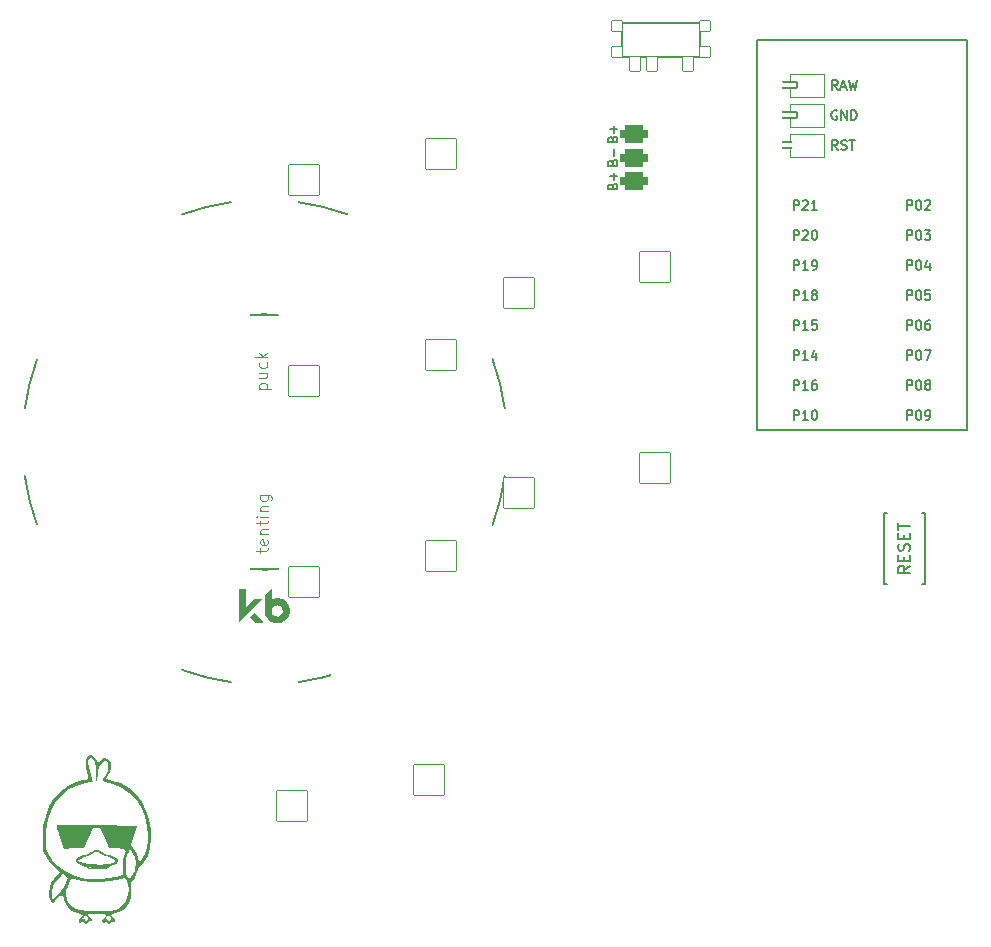
<source format=gto>
%TF.GenerationSoftware,KiCad,Pcbnew,(6.0.4-0)*%
%TF.CreationDate,2022-07-25T11:59:58+02:00*%
%TF.ProjectId,battoota,62617474-6f6f-4746-912e-6b696361645f,v1.0.0*%
%TF.SameCoordinates,Original*%
%TF.FileFunction,Legend,Top*%
%TF.FilePolarity,Positive*%
%FSLAX46Y46*%
G04 Gerber Fmt 4.6, Leading zero omitted, Abs format (unit mm)*
G04 Created by KiCad (PCBNEW (6.0.4-0)) date 2022-07-25 11:59:58*
%MOMM*%
%LPD*%
G01*
G04 APERTURE LIST*
G04 Aperture macros list*
%AMRoundRect*
0 Rectangle with rounded corners*
0 $1 Rounding radius*
0 $2 $3 $4 $5 $6 $7 $8 $9 X,Y pos of 4 corners*
0 Add a 4 corners polygon primitive as box body*
4,1,4,$2,$3,$4,$5,$6,$7,$8,$9,$2,$3,0*
0 Add four circle primitives for the rounded corners*
1,1,$1+$1,$2,$3*
1,1,$1+$1,$4,$5*
1,1,$1+$1,$6,$7*
1,1,$1+$1,$8,$9*
0 Add four rect primitives between the rounded corners*
20,1,$1+$1,$2,$3,$4,$5,0*
20,1,$1+$1,$4,$5,$6,$7,0*
20,1,$1+$1,$6,$7,$8,$9,0*
20,1,$1+$1,$8,$9,$2,$3,0*%
%AMFreePoly0*
4,1,16,0.535355,0.785355,0.550000,0.750000,0.550000,-0.750000,0.535355,-0.785355,0.500000,-0.800000,-0.650000,-0.800000,-0.685355,-0.785355,-0.700000,-0.750000,-0.691603,-0.722265,-0.210093,0.000000,-0.691603,0.722265,-0.699029,0.759806,-0.677735,0.791603,-0.650000,0.800000,0.500000,0.800000,0.535355,0.785355,0.535355,0.785355,$1*%
%AMFreePoly1*
4,1,16,0.535355,0.785355,0.541603,0.777735,1.041603,0.027735,1.049029,-0.009806,1.041603,-0.027735,0.541603,-0.777735,0.509806,-0.799029,0.500000,-0.800000,-0.500000,-0.800000,-0.535355,-0.785355,-0.550000,-0.750000,-0.550000,0.750000,-0.535355,0.785355,-0.500000,0.800000,0.500000,0.800000,0.535355,0.785355,0.535355,0.785355,$1*%
G04 Aperture macros list end*
%ADD10C,0.150000*%
%ADD11C,0.100000*%
%ADD12C,0.120000*%
%ADD13C,0.200000*%
%ADD14C,0.010000*%
%ADD15C,2.000000*%
%ADD16RoundRect,0.375000X-0.750000X0.375000X-0.750000X-0.375000X0.750000X-0.375000X0.750000X0.375000X0*%
%ADD17C,1.752600*%
%ADD18C,2.100000*%
%ADD19C,1.801800*%
%ADD20C,3.100000*%
%ADD21C,3.529000*%
%ADD22RoundRect,0.050000X-1.054507X-1.505993X1.505993X-1.054507X1.054507X1.505993X-1.505993X1.054507X0*%
%ADD23C,2.132000*%
%ADD24RoundRect,0.050000X-1.181751X-1.408356X1.408356X-1.181751X1.181751X1.408356X-1.408356X1.181751X0*%
%ADD25RoundRect,0.050000X-1.300000X-1.300000X1.300000X-1.300000X1.300000X1.300000X-1.300000X1.300000X0*%
%ADD26RoundRect,0.050000X-0.450000X-0.450000X0.450000X-0.450000X0.450000X0.450000X-0.450000X0.450000X0*%
%ADD27RoundRect,0.050000X-0.450000X-0.625000X0.450000X-0.625000X0.450000X0.625000X-0.450000X0.625000X0*%
%ADD28C,1.100000*%
%ADD29RoundRect,0.050000X-1.716367X-0.658851X0.658851X-1.716367X1.716367X0.658851X-0.658851X1.716367X0*%
%ADD30RoundRect,0.425000X-0.750000X0.375000X-0.750000X-0.375000X0.750000X-0.375000X0.750000X0.375000X0*%
%ADD31RoundRect,0.050000X-0.863113X-1.623279X1.623279X-0.863113X0.863113X1.623279X-1.623279X0.863113X0*%
%ADD32RoundRect,0.050000X-1.487360X-1.080630X1.080630X-1.487360X1.487360X1.080630X-1.080630X1.487360X0*%
%ADD33C,1.852600*%
%ADD34FreePoly0,180.000000*%
%ADD35RoundRect,0.050000X-0.762000X0.250000X-0.762000X-0.250000X0.762000X-0.250000X0.762000X0.250000X0*%
%ADD36FreePoly1,180.000000*%
%ADD37C,4.500000*%
G04 APERTURE END LIST*
D10*
%TO.C,B1*%
X158422171Y76170873D02*
X157945981Y75837539D01*
X158422171Y75599444D02*
X157422171Y75599444D01*
X157422171Y75980396D01*
X157469791Y76075634D01*
X157517410Y76123254D01*
X157612648Y76170873D01*
X157755505Y76170873D01*
X157850743Y76123254D01*
X157898362Y76075634D01*
X157945981Y75980396D01*
X157945981Y75599444D01*
X157898362Y76599444D02*
X157898362Y76932777D01*
X158422171Y77075634D02*
X158422171Y76599444D01*
X157422171Y76599444D01*
X157422171Y77075634D01*
X158374552Y77456587D02*
X158422171Y77599444D01*
X158422171Y77837539D01*
X158374552Y77932777D01*
X158326933Y77980396D01*
X158231695Y78028015D01*
X158136457Y78028015D01*
X158041219Y77980396D01*
X157993600Y77932777D01*
X157945981Y77837539D01*
X157898362Y77647063D01*
X157850743Y77551825D01*
X157803124Y77504206D01*
X157707886Y77456587D01*
X157612648Y77456587D01*
X157517410Y77504206D01*
X157469791Y77551825D01*
X157422171Y77647063D01*
X157422171Y77885158D01*
X157469791Y78028015D01*
X157898362Y78456587D02*
X157898362Y78789920D01*
X158422171Y78932777D02*
X158422171Y78456587D01*
X157422171Y78456587D01*
X157422171Y78932777D01*
X157422171Y79218492D02*
X157422171Y79789920D01*
X158422171Y79504206D02*
X157422171Y79504206D01*
%TO.C,PAD1*%
X133252648Y110300158D02*
X133290743Y110414444D01*
X133328838Y110452539D01*
X133405029Y110490634D01*
X133519314Y110490634D01*
X133595505Y110452539D01*
X133633600Y110414444D01*
X133671695Y110338254D01*
X133671695Y110033492D01*
X132871695Y110033492D01*
X132871695Y110300158D01*
X132909791Y110376349D01*
X132947886Y110414444D01*
X133024076Y110452539D01*
X133100267Y110452539D01*
X133176457Y110414444D01*
X133214552Y110376349D01*
X133252648Y110300158D01*
X133252648Y110033492D01*
X133366933Y110833492D02*
X133366933Y111443015D01*
X133252648Y112300158D02*
X133290743Y112414444D01*
X133328838Y112452539D01*
X133405029Y112490634D01*
X133519314Y112490634D01*
X133595505Y112452539D01*
X133633600Y112414444D01*
X133671695Y112338254D01*
X133671695Y112033492D01*
X132871695Y112033492D01*
X132871695Y112300158D01*
X132909791Y112376349D01*
X132947886Y112414444D01*
X133024076Y112452539D01*
X133100267Y112452539D01*
X133176457Y112414444D01*
X133214552Y112376349D01*
X133252648Y112300158D01*
X133252648Y112033492D01*
X133366933Y112833492D02*
X133366933Y113443015D01*
X133671695Y113138254D02*
X133062171Y113138254D01*
X133252648Y108300158D02*
X133290743Y108414444D01*
X133328838Y108452539D01*
X133405029Y108490634D01*
X133519314Y108490634D01*
X133595505Y108452539D01*
X133633600Y108414444D01*
X133671695Y108338254D01*
X133671695Y108033492D01*
X132871695Y108033492D01*
X132871695Y108300158D01*
X132909791Y108376349D01*
X132947886Y108414444D01*
X133024076Y108452539D01*
X133100267Y108452539D01*
X133176457Y108414444D01*
X133214552Y108376349D01*
X133252648Y108300158D01*
X133252648Y108033492D01*
X133366933Y108833492D02*
X133366933Y109443015D01*
X133671695Y109138254D02*
X133062171Y109138254D01*
%TO.C,MCU1*%
X158185784Y91080443D02*
X158185784Y91880443D01*
X158490546Y91880443D01*
X158566736Y91842348D01*
X158604832Y91804252D01*
X158642927Y91728062D01*
X158642927Y91613776D01*
X158604832Y91537586D01*
X158566736Y91499490D01*
X158490546Y91461395D01*
X158185784Y91461395D01*
X159138165Y91880443D02*
X159214355Y91880443D01*
X159290546Y91842348D01*
X159328641Y91804252D01*
X159366736Y91728062D01*
X159404832Y91575681D01*
X159404832Y91385205D01*
X159366736Y91232824D01*
X159328641Y91156633D01*
X159290546Y91118538D01*
X159214355Y91080443D01*
X159138165Y91080443D01*
X159061974Y91118538D01*
X159023879Y91156633D01*
X158985784Y91232824D01*
X158947689Y91385205D01*
X158947689Y91575681D01*
X158985784Y91728062D01*
X159023879Y91804252D01*
X159061974Y91842348D01*
X159138165Y91880443D01*
X159861974Y91537586D02*
X159785784Y91575681D01*
X159747689Y91613776D01*
X159709593Y91689967D01*
X159709593Y91728062D01*
X159747689Y91804252D01*
X159785784Y91842348D01*
X159861974Y91880443D01*
X160014355Y91880443D01*
X160090546Y91842348D01*
X160128641Y91804252D01*
X160166736Y91728062D01*
X160166736Y91689967D01*
X160128641Y91613776D01*
X160090546Y91575681D01*
X160014355Y91537586D01*
X159861974Y91537586D01*
X159785784Y91499490D01*
X159747689Y91461395D01*
X159709593Y91385205D01*
X159709593Y91232824D01*
X159747689Y91156633D01*
X159785784Y91118538D01*
X159861974Y91080443D01*
X160014355Y91080443D01*
X160090546Y91118538D01*
X160128641Y91156633D01*
X160166736Y91232824D01*
X160166736Y91385205D01*
X160128641Y91461395D01*
X160090546Y91499490D01*
X160014355Y91537586D01*
X148585784Y106320443D02*
X148585784Y107120443D01*
X148890546Y107120443D01*
X148966736Y107082348D01*
X149004832Y107044252D01*
X149042927Y106968062D01*
X149042927Y106853776D01*
X149004832Y106777586D01*
X148966736Y106739490D01*
X148890546Y106701395D01*
X148585784Y106701395D01*
X149347689Y107044252D02*
X149385784Y107082348D01*
X149461974Y107120443D01*
X149652451Y107120443D01*
X149728641Y107082348D01*
X149766736Y107044252D01*
X149804832Y106968062D01*
X149804832Y106891871D01*
X149766736Y106777586D01*
X149309593Y106320443D01*
X149804832Y106320443D01*
X150566736Y106320443D02*
X150109593Y106320443D01*
X150338165Y106320443D02*
X150338165Y107120443D01*
X150261974Y107006157D01*
X150185784Y106929967D01*
X150109593Y106891871D01*
X148585784Y93620443D02*
X148585784Y94420443D01*
X148890546Y94420443D01*
X148966736Y94382348D01*
X149004832Y94344252D01*
X149042927Y94268062D01*
X149042927Y94153776D01*
X149004832Y94077586D01*
X148966736Y94039490D01*
X148890546Y94001395D01*
X148585784Y94001395D01*
X149804832Y93620443D02*
X149347689Y93620443D01*
X149576260Y93620443D02*
X149576260Y94420443D01*
X149500070Y94306157D01*
X149423879Y94229967D01*
X149347689Y94191871D01*
X150490546Y94153776D02*
X150490546Y93620443D01*
X150300070Y94458538D02*
X150109593Y93887109D01*
X150604832Y93887109D01*
X148585784Y103780443D02*
X148585784Y104580443D01*
X148890546Y104580443D01*
X148966736Y104542348D01*
X149004832Y104504252D01*
X149042927Y104428062D01*
X149042927Y104313776D01*
X149004832Y104237586D01*
X148966736Y104199490D01*
X148890546Y104161395D01*
X148585784Y104161395D01*
X149347689Y104504252D02*
X149385784Y104542348D01*
X149461974Y104580443D01*
X149652451Y104580443D01*
X149728641Y104542348D01*
X149766736Y104504252D01*
X149804832Y104428062D01*
X149804832Y104351871D01*
X149766736Y104237586D01*
X149309593Y103780443D01*
X149804832Y103780443D01*
X150300070Y104580443D02*
X150376260Y104580443D01*
X150452451Y104542348D01*
X150490546Y104504252D01*
X150528641Y104428062D01*
X150566736Y104275681D01*
X150566736Y104085205D01*
X150528641Y103932824D01*
X150490546Y103856633D01*
X150452451Y103818538D01*
X150376260Y103780443D01*
X150300070Y103780443D01*
X150223879Y103818538D01*
X150185784Y103856633D01*
X150147689Y103932824D01*
X150109593Y104085205D01*
X150109593Y104275681D01*
X150147689Y104428062D01*
X150185784Y104504252D01*
X150223879Y104542348D01*
X150300070Y104580443D01*
X152305594Y111400443D02*
X152038928Y111781395D01*
X151848451Y111400443D02*
X151848451Y112200443D01*
X152153213Y112200443D01*
X152229404Y112162348D01*
X152267499Y112124252D01*
X152305594Y112048062D01*
X152305594Y111933776D01*
X152267499Y111857586D01*
X152229404Y111819490D01*
X152153213Y111781395D01*
X151848451Y111781395D01*
X152610356Y111438538D02*
X152724642Y111400443D01*
X152915118Y111400443D01*
X152991309Y111438538D01*
X153029404Y111476633D01*
X153067499Y111552824D01*
X153067499Y111629014D01*
X153029404Y111705205D01*
X152991309Y111743300D01*
X152915118Y111781395D01*
X152762737Y111819490D01*
X152686547Y111857586D01*
X152648451Y111895681D01*
X152610356Y111971871D01*
X152610356Y112048062D01*
X152648451Y112124252D01*
X152686547Y112162348D01*
X152762737Y112200443D01*
X152953213Y112200443D01*
X153067499Y112162348D01*
X153296070Y112200443D02*
X153753213Y112200443D01*
X153524642Y111400443D02*
X153524642Y112200443D01*
X158185784Y88540443D02*
X158185784Y89340443D01*
X158490546Y89340443D01*
X158566736Y89302348D01*
X158604832Y89264252D01*
X158642927Y89188062D01*
X158642927Y89073776D01*
X158604832Y88997586D01*
X158566736Y88959490D01*
X158490546Y88921395D01*
X158185784Y88921395D01*
X159138165Y89340443D02*
X159214355Y89340443D01*
X159290546Y89302348D01*
X159328641Y89264252D01*
X159366736Y89188062D01*
X159404832Y89035681D01*
X159404832Y88845205D01*
X159366736Y88692824D01*
X159328641Y88616633D01*
X159290546Y88578538D01*
X159214355Y88540443D01*
X159138165Y88540443D01*
X159061974Y88578538D01*
X159023879Y88616633D01*
X158985784Y88692824D01*
X158947689Y88845205D01*
X158947689Y89035681D01*
X158985784Y89188062D01*
X159023879Y89264252D01*
X159061974Y89302348D01*
X159138165Y89340443D01*
X159785784Y88540443D02*
X159938165Y88540443D01*
X160014355Y88578538D01*
X160052451Y88616633D01*
X160128641Y88730919D01*
X160166736Y88883300D01*
X160166736Y89188062D01*
X160128641Y89264252D01*
X160090546Y89302348D01*
X160014355Y89340443D01*
X159861974Y89340443D01*
X159785784Y89302348D01*
X159747689Y89264252D01*
X159709593Y89188062D01*
X159709593Y88997586D01*
X159747689Y88921395D01*
X159785784Y88883300D01*
X159861974Y88845205D01*
X160014355Y88845205D01*
X160090546Y88883300D01*
X160128641Y88921395D01*
X160166736Y88997586D01*
X148585784Y91080443D02*
X148585784Y91880443D01*
X148890546Y91880443D01*
X148966736Y91842348D01*
X149004832Y91804252D01*
X149042927Y91728062D01*
X149042927Y91613776D01*
X149004832Y91537586D01*
X148966736Y91499490D01*
X148890546Y91461395D01*
X148585784Y91461395D01*
X149804832Y91080443D02*
X149347689Y91080443D01*
X149576260Y91080443D02*
X149576260Y91880443D01*
X149500070Y91766157D01*
X149423879Y91689967D01*
X149347689Y91651871D01*
X150490546Y91880443D02*
X150338165Y91880443D01*
X150261974Y91842348D01*
X150223879Y91804252D01*
X150147689Y91689967D01*
X150109593Y91537586D01*
X150109593Y91232824D01*
X150147689Y91156633D01*
X150185784Y91118538D01*
X150261974Y91080443D01*
X150414355Y91080443D01*
X150490546Y91118538D01*
X150528641Y91156633D01*
X150566736Y91232824D01*
X150566736Y91423300D01*
X150528641Y91499490D01*
X150490546Y91537586D01*
X150414355Y91575681D01*
X150261974Y91575681D01*
X150185784Y91537586D01*
X150147689Y91499490D01*
X150109593Y91423300D01*
X152305595Y116480443D02*
X152038928Y116861395D01*
X151848452Y116480443D02*
X151848452Y117280443D01*
X152153214Y117280443D01*
X152229404Y117242348D01*
X152267499Y117204252D01*
X152305595Y117128062D01*
X152305595Y117013776D01*
X152267499Y116937586D01*
X152229404Y116899490D01*
X152153214Y116861395D01*
X151848452Y116861395D01*
X152610356Y116709014D02*
X152991309Y116709014D01*
X152534166Y116480443D02*
X152800833Y117280443D01*
X153067499Y116480443D01*
X153257976Y117280443D02*
X153448452Y116480443D01*
X153600833Y117051871D01*
X153753214Y116480443D01*
X153943690Y117280443D01*
X158185784Y106320443D02*
X158185784Y107120443D01*
X158490546Y107120443D01*
X158566736Y107082348D01*
X158604832Y107044252D01*
X158642927Y106968062D01*
X158642927Y106853776D01*
X158604832Y106777586D01*
X158566736Y106739490D01*
X158490546Y106701395D01*
X158185784Y106701395D01*
X159138165Y107120443D02*
X159214355Y107120443D01*
X159290546Y107082348D01*
X159328641Y107044252D01*
X159366736Y106968062D01*
X159404832Y106815681D01*
X159404832Y106625205D01*
X159366736Y106472824D01*
X159328641Y106396633D01*
X159290546Y106358538D01*
X159214355Y106320443D01*
X159138165Y106320443D01*
X159061974Y106358538D01*
X159023879Y106396633D01*
X158985784Y106472824D01*
X158947689Y106625205D01*
X158947689Y106815681D01*
X158985784Y106968062D01*
X159023879Y107044252D01*
X159061974Y107082348D01*
X159138165Y107120443D01*
X159709593Y107044252D02*
X159747689Y107082348D01*
X159823879Y107120443D01*
X160014355Y107120443D01*
X160090546Y107082348D01*
X160128641Y107044252D01*
X160166736Y106968062D01*
X160166736Y106891871D01*
X160128641Y106777586D01*
X159671498Y106320443D01*
X160166736Y106320443D01*
X148585784Y98700443D02*
X148585784Y99500443D01*
X148890546Y99500443D01*
X148966736Y99462348D01*
X149004832Y99424252D01*
X149042927Y99348062D01*
X149042927Y99233776D01*
X149004832Y99157586D01*
X148966736Y99119490D01*
X148890546Y99081395D01*
X148585784Y99081395D01*
X149804832Y98700443D02*
X149347689Y98700443D01*
X149576260Y98700443D02*
X149576260Y99500443D01*
X149500070Y99386157D01*
X149423879Y99309967D01*
X149347689Y99271871D01*
X150261974Y99157586D02*
X150185784Y99195681D01*
X150147689Y99233776D01*
X150109593Y99309967D01*
X150109593Y99348062D01*
X150147689Y99424252D01*
X150185784Y99462348D01*
X150261974Y99500443D01*
X150414355Y99500443D01*
X150490546Y99462348D01*
X150528641Y99424252D01*
X150566736Y99348062D01*
X150566736Y99309967D01*
X150528641Y99233776D01*
X150490546Y99195681D01*
X150414355Y99157586D01*
X150261974Y99157586D01*
X150185784Y99119490D01*
X150147689Y99081395D01*
X150109593Y99005205D01*
X150109593Y98852824D01*
X150147689Y98776633D01*
X150185784Y98738538D01*
X150261974Y98700443D01*
X150414355Y98700443D01*
X150490546Y98738538D01*
X150528641Y98776633D01*
X150566736Y98852824D01*
X150566736Y99005205D01*
X150528641Y99081395D01*
X150490546Y99119490D01*
X150414355Y99157586D01*
X148585784Y88540443D02*
X148585784Y89340443D01*
X148890546Y89340443D01*
X148966736Y89302348D01*
X149004832Y89264252D01*
X149042927Y89188062D01*
X149042927Y89073776D01*
X149004832Y88997586D01*
X148966736Y88959490D01*
X148890546Y88921395D01*
X148585784Y88921395D01*
X149804832Y88540443D02*
X149347689Y88540443D01*
X149576260Y88540443D02*
X149576260Y89340443D01*
X149500070Y89226157D01*
X149423879Y89149967D01*
X149347689Y89111871D01*
X150300070Y89340443D02*
X150376260Y89340443D01*
X150452451Y89302348D01*
X150490546Y89264252D01*
X150528641Y89188062D01*
X150566736Y89035681D01*
X150566736Y88845205D01*
X150528641Y88692824D01*
X150490546Y88616633D01*
X150452451Y88578538D01*
X150376260Y88540443D01*
X150300070Y88540443D01*
X150223879Y88578538D01*
X150185784Y88616633D01*
X150147689Y88692824D01*
X150109593Y88845205D01*
X150109593Y89035681D01*
X150147689Y89188062D01*
X150185784Y89264252D01*
X150223879Y89302348D01*
X150300070Y89340443D01*
X158185784Y103780443D02*
X158185784Y104580443D01*
X158490546Y104580443D01*
X158566736Y104542348D01*
X158604832Y104504252D01*
X158642927Y104428062D01*
X158642927Y104313776D01*
X158604832Y104237586D01*
X158566736Y104199490D01*
X158490546Y104161395D01*
X158185784Y104161395D01*
X159138165Y104580443D02*
X159214355Y104580443D01*
X159290546Y104542348D01*
X159328641Y104504252D01*
X159366736Y104428062D01*
X159404832Y104275681D01*
X159404832Y104085205D01*
X159366736Y103932824D01*
X159328641Y103856633D01*
X159290546Y103818538D01*
X159214355Y103780443D01*
X159138165Y103780443D01*
X159061974Y103818538D01*
X159023879Y103856633D01*
X158985784Y103932824D01*
X158947689Y104085205D01*
X158947689Y104275681D01*
X158985784Y104428062D01*
X159023879Y104504252D01*
X159061974Y104542348D01*
X159138165Y104580443D01*
X159671498Y104580443D02*
X160166736Y104580443D01*
X159900070Y104275681D01*
X160014355Y104275681D01*
X160090546Y104237586D01*
X160128641Y104199490D01*
X160166736Y104123300D01*
X160166736Y103932824D01*
X160128641Y103856633D01*
X160090546Y103818538D01*
X160014355Y103780443D01*
X159785784Y103780443D01*
X159709593Y103818538D01*
X159671498Y103856633D01*
X158185784Y93620443D02*
X158185784Y94420443D01*
X158490546Y94420443D01*
X158566736Y94382348D01*
X158604832Y94344252D01*
X158642927Y94268062D01*
X158642927Y94153776D01*
X158604832Y94077586D01*
X158566736Y94039490D01*
X158490546Y94001395D01*
X158185784Y94001395D01*
X159138165Y94420443D02*
X159214355Y94420443D01*
X159290546Y94382348D01*
X159328641Y94344252D01*
X159366736Y94268062D01*
X159404832Y94115681D01*
X159404832Y93925205D01*
X159366736Y93772824D01*
X159328641Y93696633D01*
X159290546Y93658538D01*
X159214355Y93620443D01*
X159138165Y93620443D01*
X159061974Y93658538D01*
X159023879Y93696633D01*
X158985784Y93772824D01*
X158947689Y93925205D01*
X158947689Y94115681D01*
X158985784Y94268062D01*
X159023879Y94344252D01*
X159061974Y94382348D01*
X159138165Y94420443D01*
X159671498Y94420443D02*
X160204832Y94420443D01*
X159861974Y93620443D01*
X148585784Y101240443D02*
X148585784Y102040443D01*
X148890546Y102040443D01*
X148966736Y102002348D01*
X149004832Y101964252D01*
X149042927Y101888062D01*
X149042927Y101773776D01*
X149004832Y101697586D01*
X148966736Y101659490D01*
X148890546Y101621395D01*
X148585784Y101621395D01*
X149804832Y101240443D02*
X149347689Y101240443D01*
X149576260Y101240443D02*
X149576260Y102040443D01*
X149500070Y101926157D01*
X149423879Y101849967D01*
X149347689Y101811871D01*
X150185784Y101240443D02*
X150338165Y101240443D01*
X150414355Y101278538D01*
X150452451Y101316633D01*
X150528641Y101430919D01*
X150566736Y101583300D01*
X150566736Y101888062D01*
X150528641Y101964252D01*
X150490546Y102002348D01*
X150414355Y102040443D01*
X150261974Y102040443D01*
X150185784Y102002348D01*
X150147689Y101964252D01*
X150109593Y101888062D01*
X150109593Y101697586D01*
X150147689Y101621395D01*
X150185784Y101583300D01*
X150261974Y101545205D01*
X150414355Y101545205D01*
X150490546Y101583300D01*
X150528641Y101621395D01*
X150566736Y101697586D01*
X152248452Y114702348D02*
X152172261Y114740443D01*
X152057976Y114740443D01*
X151943690Y114702348D01*
X151867499Y114626157D01*
X151829404Y114549967D01*
X151791309Y114397586D01*
X151791309Y114283300D01*
X151829404Y114130919D01*
X151867499Y114054728D01*
X151943690Y113978538D01*
X152057976Y113940443D01*
X152134166Y113940443D01*
X152248452Y113978538D01*
X152286547Y114016633D01*
X152286547Y114283300D01*
X152134166Y114283300D01*
X152629404Y113940443D02*
X152629404Y114740443D01*
X153086547Y113940443D01*
X153086547Y114740443D01*
X153467499Y113940443D02*
X153467499Y114740443D01*
X153657976Y114740443D01*
X153772261Y114702348D01*
X153848452Y114626157D01*
X153886547Y114549967D01*
X153924642Y114397586D01*
X153924642Y114283300D01*
X153886547Y114130919D01*
X153848452Y114054728D01*
X153772261Y113978538D01*
X153657976Y113940443D01*
X153467499Y113940443D01*
X158185784Y101240443D02*
X158185784Y102040443D01*
X158490546Y102040443D01*
X158566736Y102002348D01*
X158604832Y101964252D01*
X158642927Y101888062D01*
X158642927Y101773776D01*
X158604832Y101697586D01*
X158566736Y101659490D01*
X158490546Y101621395D01*
X158185784Y101621395D01*
X159138165Y102040443D02*
X159214355Y102040443D01*
X159290546Y102002348D01*
X159328641Y101964252D01*
X159366736Y101888062D01*
X159404832Y101735681D01*
X159404832Y101545205D01*
X159366736Y101392824D01*
X159328641Y101316633D01*
X159290546Y101278538D01*
X159214355Y101240443D01*
X159138165Y101240443D01*
X159061974Y101278538D01*
X159023879Y101316633D01*
X158985784Y101392824D01*
X158947689Y101545205D01*
X158947689Y101735681D01*
X158985784Y101888062D01*
X159023879Y101964252D01*
X159061974Y102002348D01*
X159138165Y102040443D01*
X160090546Y101773776D02*
X160090546Y101240443D01*
X159900070Y102078538D02*
X159709593Y101507109D01*
X160204832Y101507109D01*
X158185784Y98700443D02*
X158185784Y99500443D01*
X158490546Y99500443D01*
X158566736Y99462348D01*
X158604832Y99424252D01*
X158642927Y99348062D01*
X158642927Y99233776D01*
X158604832Y99157586D01*
X158566736Y99119490D01*
X158490546Y99081395D01*
X158185784Y99081395D01*
X159138165Y99500443D02*
X159214355Y99500443D01*
X159290546Y99462348D01*
X159328641Y99424252D01*
X159366736Y99348062D01*
X159404832Y99195681D01*
X159404832Y99005205D01*
X159366736Y98852824D01*
X159328641Y98776633D01*
X159290546Y98738538D01*
X159214355Y98700443D01*
X159138165Y98700443D01*
X159061974Y98738538D01*
X159023879Y98776633D01*
X158985784Y98852824D01*
X158947689Y99005205D01*
X158947689Y99195681D01*
X158985784Y99348062D01*
X159023879Y99424252D01*
X159061974Y99462348D01*
X159138165Y99500443D01*
X160128641Y99500443D02*
X159747689Y99500443D01*
X159709593Y99119490D01*
X159747689Y99157586D01*
X159823879Y99195681D01*
X160014355Y99195681D01*
X160090546Y99157586D01*
X160128641Y99119490D01*
X160166736Y99043300D01*
X160166736Y98852824D01*
X160128641Y98776633D01*
X160090546Y98738538D01*
X160014355Y98700443D01*
X159823879Y98700443D01*
X159747689Y98738538D01*
X159709593Y98776633D01*
X148585784Y96160443D02*
X148585784Y96960443D01*
X148890546Y96960443D01*
X148966736Y96922348D01*
X149004832Y96884252D01*
X149042927Y96808062D01*
X149042927Y96693776D01*
X149004832Y96617586D01*
X148966736Y96579490D01*
X148890546Y96541395D01*
X148585784Y96541395D01*
X149804832Y96160443D02*
X149347689Y96160443D01*
X149576260Y96160443D02*
X149576260Y96960443D01*
X149500070Y96846157D01*
X149423879Y96769967D01*
X149347689Y96731871D01*
X150528641Y96960443D02*
X150147689Y96960443D01*
X150109593Y96579490D01*
X150147689Y96617586D01*
X150223879Y96655681D01*
X150414355Y96655681D01*
X150490546Y96617586D01*
X150528641Y96579490D01*
X150566736Y96503300D01*
X150566736Y96312824D01*
X150528641Y96236633D01*
X150490546Y96198538D01*
X150414355Y96160443D01*
X150223879Y96160443D01*
X150147689Y96198538D01*
X150109593Y96236633D01*
X158185784Y96160443D02*
X158185784Y96960443D01*
X158490546Y96960443D01*
X158566736Y96922348D01*
X158604832Y96884252D01*
X158642927Y96808062D01*
X158642927Y96693776D01*
X158604832Y96617586D01*
X158566736Y96579490D01*
X158490546Y96541395D01*
X158185784Y96541395D01*
X159138165Y96960443D02*
X159214355Y96960443D01*
X159290546Y96922348D01*
X159328641Y96884252D01*
X159366736Y96808062D01*
X159404832Y96655681D01*
X159404832Y96465205D01*
X159366736Y96312824D01*
X159328641Y96236633D01*
X159290546Y96198538D01*
X159214355Y96160443D01*
X159138165Y96160443D01*
X159061974Y96198538D01*
X159023879Y96236633D01*
X158985784Y96312824D01*
X158947689Y96465205D01*
X158947689Y96655681D01*
X158985784Y96808062D01*
X159023879Y96884252D01*
X159061974Y96922348D01*
X159138165Y96960443D01*
X160090546Y96960443D02*
X159938165Y96960443D01*
X159861974Y96922348D01*
X159823879Y96884252D01*
X159747689Y96769967D01*
X159709593Y96617586D01*
X159709593Y96312824D01*
X159747689Y96236633D01*
X159785784Y96198538D01*
X159861974Y96160443D01*
X160014355Y96160443D01*
X160090546Y96198538D01*
X160128641Y96236633D01*
X160166736Y96312824D01*
X160166736Y96503300D01*
X160128641Y96579490D01*
X160090546Y96617586D01*
X160014355Y96655681D01*
X159861974Y96655681D01*
X159785784Y96617586D01*
X159747689Y96579490D01*
X159709593Y96503300D01*
D11*
%TO.C,REF\u002A\u002A*%
X103406138Y77282254D02*
X103406138Y77663206D01*
X103072804Y77425111D02*
X103929947Y77425111D01*
X104025185Y77472730D01*
X104072804Y77567968D01*
X104072804Y77663206D01*
X104025185Y78377492D02*
X104072804Y78282254D01*
X104072804Y78091777D01*
X104025185Y77996539D01*
X103929947Y77948920D01*
X103548995Y77948920D01*
X103453757Y77996539D01*
X103406138Y78091777D01*
X103406138Y78282254D01*
X103453757Y78377492D01*
X103548995Y78425111D01*
X103644233Y78425111D01*
X103739471Y77948920D01*
X103406138Y78853682D02*
X104072804Y78853682D01*
X103501376Y78853682D02*
X103453757Y78901301D01*
X103406138Y78996539D01*
X103406138Y79139396D01*
X103453757Y79234634D01*
X103548995Y79282254D01*
X104072804Y79282254D01*
X103406138Y79615587D02*
X103406138Y79996539D01*
X103072804Y79758444D02*
X103929947Y79758444D01*
X104025185Y79806063D01*
X104072804Y79901301D01*
X104072804Y79996539D01*
X104072804Y80329873D02*
X103406138Y80329873D01*
X103072804Y80329873D02*
X103120424Y80282254D01*
X103168043Y80329873D01*
X103120424Y80377492D01*
X103072804Y80329873D01*
X103168043Y80329873D01*
X103406138Y80806063D02*
X104072804Y80806063D01*
X103501376Y80806063D02*
X103453757Y80853682D01*
X103406138Y80948920D01*
X103406138Y81091777D01*
X103453757Y81187015D01*
X103548995Y81234634D01*
X104072804Y81234634D01*
X103406138Y82139396D02*
X104215662Y82139396D01*
X104310900Y82091777D01*
X104358519Y82044158D01*
X104406138Y81948920D01*
X104406138Y81806063D01*
X104358519Y81710825D01*
X104025185Y82139396D02*
X104072804Y82044158D01*
X104072804Y81853682D01*
X104025185Y81758444D01*
X103977566Y81710825D01*
X103882328Y81663206D01*
X103596614Y81663206D01*
X103501376Y81710825D01*
X103453757Y81758444D01*
X103406138Y81853682D01*
X103406138Y82044158D01*
X103453757Y82139396D01*
X103342638Y91172754D02*
X104342638Y91172754D01*
X103390257Y91172754D02*
X103342638Y91267992D01*
X103342638Y91458468D01*
X103390257Y91553706D01*
X103437876Y91601325D01*
X103533114Y91648944D01*
X103818828Y91648944D01*
X103914066Y91601325D01*
X103961685Y91553706D01*
X104009304Y91458468D01*
X104009304Y91267992D01*
X103961685Y91172754D01*
X103342638Y92506087D02*
X104009304Y92506087D01*
X103342638Y92077515D02*
X103866447Y92077515D01*
X103961685Y92125134D01*
X104009304Y92220373D01*
X104009304Y92363230D01*
X103961685Y92458468D01*
X103914066Y92506087D01*
X103961685Y93410849D02*
X104009304Y93315611D01*
X104009304Y93125134D01*
X103961685Y93029896D01*
X103914066Y92982277D01*
X103818828Y92934658D01*
X103533114Y92934658D01*
X103437876Y92982277D01*
X103390257Y93029896D01*
X103342638Y93125134D01*
X103342638Y93315611D01*
X103390257Y93410849D01*
X104009304Y93839420D02*
X103009304Y93839420D01*
X103628352Y93934658D02*
X104009304Y94220373D01*
X103342638Y94220373D02*
X103723590Y93839420D01*
D10*
%TO.C,B1*%
X156219791Y74623254D02*
X156219791Y80623254D01*
X159719791Y74623254D02*
X159719791Y80623254D01*
X156219791Y80623254D02*
X156469791Y80623254D01*
X159719791Y74623254D02*
X159469791Y74623254D01*
X159719791Y80623254D02*
X159469791Y80623254D01*
X156219791Y74623254D02*
X156469791Y74623254D01*
%TO.C,T1*%
X134068406Y122101838D02*
X134068406Y119251838D01*
X139318406Y122101838D02*
X135418406Y122101838D01*
X134068406Y119251838D02*
X140668406Y119251838D01*
X137368406Y122101838D02*
X140668406Y122101838D01*
X140668406Y119251838D02*
X140668406Y122101838D01*
X137368406Y122101838D02*
X134068406Y122101838D01*
%TO.C,G\u002A\u002A\u002A*%
G36*
X88581014Y50666960D02*
G01*
X88437291Y50736335D01*
X88104094Y50911752D01*
X87908635Y51049437D01*
X87828452Y51166520D01*
X87827682Y51172360D01*
X88003921Y51172360D01*
X88020346Y51151477D01*
X88200774Y51056617D01*
X88511039Y50978710D01*
X88912278Y50920104D01*
X89365625Y50883149D01*
X89832216Y50870191D01*
X90273187Y50883581D01*
X90649673Y50925665D01*
X90871458Y50979200D01*
X91098808Y51088794D01*
X91157508Y51204013D01*
X91048097Y51323556D01*
X90771116Y51446119D01*
X90663114Y51480950D01*
X90361601Y51590844D01*
X90104626Y51715888D01*
X89980324Y51801925D01*
X89718713Y51948904D01*
X89433658Y51931704D01*
X89206649Y51804185D01*
X89003820Y51685621D01*
X88716788Y51564526D01*
X88541437Y51506740D01*
X88211423Y51389796D01*
X88029143Y51276217D01*
X88003921Y51172360D01*
X87827682Y51172360D01*
X87823458Y51204381D01*
X87902558Y51391464D01*
X88117699Y51552441D01*
X88435636Y51665346D01*
X88555336Y51687991D01*
X88851472Y51776312D01*
X89132064Y51924260D01*
X89151308Y51938121D01*
X89449586Y52103214D01*
X89716983Y52112912D01*
X89990972Y51966741D01*
X90040231Y51926921D01*
X90252196Y51786816D01*
X90448712Y51715572D01*
X90475787Y51713395D01*
X90663388Y51677868D01*
X90919538Y51590588D01*
X91025699Y51545481D01*
X91256110Y51422388D01*
X91356270Y51308497D01*
X91364366Y51196154D01*
X91288509Y51019133D01*
X91210124Y50947471D01*
X90808795Y50746983D01*
X90502733Y50614916D01*
X90240479Y50535164D01*
X89970572Y50491621D01*
X89686124Y50470479D01*
X89350044Y50459304D01*
X89099933Y50478512D01*
X88866640Y50542824D01*
X88807021Y50568735D01*
X89370835Y50568735D01*
X89477209Y50555451D01*
X89601458Y50552981D01*
X89784579Y50559586D01*
X89834848Y50576472D01*
X89791958Y50589673D01*
X89545240Y50603680D01*
X89410958Y50589673D01*
X89370835Y50568735D01*
X88807021Y50568735D01*
X88654942Y50634830D01*
X88960846Y50634830D01*
X89044069Y50621272D01*
X89153883Y50636838D01*
X89155194Y50665740D01*
X89041877Y50685952D01*
X88992916Y50672424D01*
X88960846Y50634830D01*
X88654942Y50634830D01*
X88581014Y50666960D01*
G37*
G36*
X90194124Y46358566D02*
G01*
X90340331Y46507922D01*
X90363728Y46611716D01*
X90252804Y46676966D01*
X89996048Y46710690D01*
X89601458Y46719921D01*
X89265899Y46712564D01*
X89005734Y46692859D01*
X88858733Y46664351D01*
X88839458Y46648376D01*
X88896070Y46543867D01*
X89008791Y46423587D01*
X89144178Y46256419D01*
X89174024Y46121260D01*
X89097730Y46057333D01*
X89014259Y46065690D01*
X88857651Y46050856D01*
X88805249Y45990898D01*
X88703747Y45882077D01*
X88583004Y45917204D01*
X88532004Y45998704D01*
X88451877Y46079216D01*
X88328560Y46041037D01*
X88159730Y45967333D01*
X88089690Y46003539D01*
X88077458Y46126537D01*
X88118764Y46235329D01*
X88279827Y46235329D01*
X88374376Y46240679D01*
X88446070Y46286307D01*
X88546210Y46329426D01*
X88613995Y46229095D01*
X88626424Y46192539D01*
X88677394Y46070233D01*
X88714434Y46102879D01*
X88726736Y46143728D01*
X88821302Y46247645D01*
X88908262Y46241680D01*
X88980016Y46234907D01*
X88918421Y46309842D01*
X88870821Y46352206D01*
X88719676Y46512873D01*
X88644672Y46635254D01*
X88606634Y46707967D01*
X88592142Y46617066D01*
X88518534Y46465988D01*
X88408873Y46377373D01*
X88291217Y46288600D01*
X88279827Y46235329D01*
X88118764Y46235329D01*
X88144049Y46301926D01*
X88246791Y46400903D01*
X88391022Y46526965D01*
X88379054Y46633694D01*
X88206168Y46727499D01*
X87955930Y46795962D01*
X87502577Y46980235D01*
X87130560Y47298076D01*
X86867132Y47722587D01*
X86789745Y47946940D01*
X86688475Y48325578D01*
X86472800Y48188488D01*
X86258718Y48021458D01*
X86066944Y47830159D01*
X85876763Y47608921D01*
X85697349Y47820587D01*
X85566778Y48095495D01*
X85545509Y48357322D01*
X85792240Y48357322D01*
X85799808Y48131812D01*
X85836801Y48003225D01*
X85860977Y47989921D01*
X85953410Y48044430D01*
X86127209Y48186947D01*
X86300171Y48345475D01*
X86990320Y48345475D01*
X87072262Y47965729D01*
X87173537Y47729169D01*
X87351097Y47457432D01*
X87574921Y47248637D01*
X87865972Y47096686D01*
X88245210Y46995483D01*
X88733597Y46938930D01*
X89352094Y46920929D01*
X89923256Y46929313D01*
X90405836Y46946138D01*
X90757396Y46969770D01*
X91016245Y47005947D01*
X91220694Y47060404D01*
X91409051Y47138878D01*
X91447256Y47157510D01*
X91820957Y47432928D01*
X92093532Y47821740D01*
X92252936Y48293334D01*
X92287125Y48817097D01*
X92237565Y49166290D01*
X92152544Y49474170D01*
X92044342Y49651722D01*
X91878081Y49715500D01*
X91618882Y49682057D01*
X91327220Y49598334D01*
X90650566Y49443295D01*
X89894118Y49365774D01*
X89130207Y49368913D01*
X88431163Y49455857D01*
X88366007Y49469636D01*
X88032111Y49548737D01*
X87750456Y49625024D01*
X87572195Y49684412D01*
X87551844Y49693856D01*
X87449861Y49715912D01*
X87378118Y49627409D01*
X87320743Y49448882D01*
X87230692Y49191808D01*
X87123152Y48982075D01*
X87108215Y48960971D01*
X87001355Y48695144D01*
X86990320Y48345475D01*
X86300171Y48345475D01*
X86332462Y48375071D01*
X86563188Y48634423D01*
X86787845Y48950888D01*
X86978301Y49277065D01*
X87106423Y49565555D01*
X87145297Y49744580D01*
X87077737Y49851244D01*
X86912746Y49968788D01*
X86900178Y49975423D01*
X86751817Y50042511D01*
X86642006Y50039537D01*
X86519056Y49946932D01*
X86351769Y49767816D01*
X86145894Y49507031D01*
X85972945Y49232329D01*
X85920382Y49124467D01*
X85855097Y48902744D01*
X85811527Y48630664D01*
X85792240Y48357322D01*
X85545509Y48357322D01*
X85537238Y48459133D01*
X85599406Y48871795D01*
X85743958Y49293779D01*
X85961572Y49685377D01*
X86201906Y49969346D01*
X86458530Y50213104D01*
X86000035Y50632142D01*
X85523479Y51177117D01*
X85264332Y51614563D01*
X85144177Y51867761D01*
X85065116Y52075539D01*
X85018788Y52285039D01*
X84996830Y52543404D01*
X84990877Y52897779D01*
X84991407Y53153100D01*
X84994531Y53196921D01*
X85250732Y53196921D01*
X85254436Y52783743D01*
X85275858Y52483678D01*
X85324720Y52240692D01*
X85410741Y51998753D01*
X85489880Y51818376D01*
X85833340Y51257509D01*
X86318064Y50747789D01*
X86919155Y50307732D01*
X87611719Y49955854D01*
X88300848Y49727786D01*
X88779822Y49650382D01*
X89360350Y49622507D01*
X89982824Y49641717D01*
X90587639Y49705567D01*
X91115188Y49811614D01*
X91240275Y49848323D01*
X91820759Y50034274D01*
X91767331Y50472598D01*
X91776501Y50935806D01*
X92022917Y50935806D01*
X92024746Y50533265D01*
X92072204Y50172513D01*
X92164811Y49912465D01*
X92172170Y49900774D01*
X92325179Y49667254D01*
X92523320Y49853398D01*
X92663166Y50049303D01*
X92783993Y50325489D01*
X92818900Y50445711D01*
X92873757Y51001671D01*
X92781297Y51544856D01*
X92604717Y51938857D01*
X92481283Y52129968D01*
X92410243Y52189238D01*
X92363683Y52133908D01*
X92349882Y52096254D01*
X92276479Y51905557D01*
X92172278Y51662106D01*
X92158068Y51630587D01*
X92067198Y51321219D01*
X92022917Y50935806D01*
X91776501Y50935806D01*
X91779132Y51068731D01*
X91847618Y51376587D01*
X91959432Y51757501D01*
X92019281Y52002959D01*
X92008996Y52143431D01*
X91910410Y52209388D01*
X91705356Y52231299D01*
X91375666Y52239634D01*
X91332222Y52240990D01*
X90589224Y52265587D01*
X90242398Y53112254D01*
X89895571Y53958921D01*
X89235027Y53958921D01*
X88541279Y52265587D01*
X87689223Y52241623D01*
X86837166Y52217658D01*
X86482525Y53158062D01*
X86348515Y53532665D01*
X86247595Y53852641D01*
X86189741Y54083483D01*
X86184308Y54189762D01*
X86262648Y54214192D01*
X86468005Y54231868D01*
X86807479Y54242860D01*
X87288171Y54247234D01*
X87917183Y54245059D01*
X88701614Y54236403D01*
X89589656Y54222372D01*
X90325646Y54208640D01*
X91007413Y54194314D01*
X91616689Y54179897D01*
X92135202Y54165893D01*
X92544682Y54152808D01*
X92826860Y54141145D01*
X92963464Y54131410D01*
X92973322Y54128945D01*
X92961668Y54039687D01*
X92902311Y53827225D01*
X92805854Y53527336D01*
X92729044Y53304627D01*
X92450025Y52515051D01*
X92674767Y52290308D01*
X92836548Y52060640D01*
X92984167Y51732737D01*
X93042212Y51552293D01*
X93184914Y51039019D01*
X93397433Y51351769D01*
X93660049Y51809156D01*
X93824535Y52284865D01*
X93905193Y52831307D01*
X93919458Y53264707D01*
X93850272Y54172967D01*
X93648871Y55009659D01*
X93324491Y55762170D01*
X92886368Y56417891D01*
X92343738Y56964210D01*
X91705835Y57388516D01*
X90981897Y57678198D01*
X90625754Y57762170D01*
X90296454Y57838806D01*
X90125157Y57933035D01*
X90100879Y58073233D01*
X90212634Y58287778D01*
X90349457Y58475875D01*
X90527108Y58797733D01*
X90575124Y59133930D01*
X90541135Y59455392D01*
X90437263Y59624701D01*
X90260648Y59645207D01*
X90167495Y59611815D01*
X89953599Y59428340D01*
X89787896Y59113344D01*
X89684829Y58701244D01*
X89658290Y58398463D01*
X89639405Y58082590D01*
X89610059Y57925188D01*
X89576701Y57916240D01*
X89545776Y58045729D01*
X89523731Y58303640D01*
X89516791Y58618307D01*
X89491067Y59158200D01*
X89415815Y59562140D01*
X89293915Y59821093D01*
X89128246Y59926024D01*
X89099391Y59927921D01*
X88937542Y59853261D01*
X88875964Y59723180D01*
X88865362Y59504748D01*
X88901002Y59182966D01*
X88972619Y58814112D01*
X89069945Y58454461D01*
X89146034Y58242754D01*
X89217578Y58049441D01*
X89243161Y57937970D01*
X89240824Y57930399D01*
X89152331Y57902733D01*
X88940695Y57851820D01*
X88648769Y57787870D01*
X88598088Y57777239D01*
X87791931Y57538749D01*
X87104079Y57181369D01*
X86526867Y56699373D01*
X86052630Y56087032D01*
X85847440Y55721691D01*
X85541685Y55021477D01*
X85352240Y54341903D01*
X85262944Y53614587D01*
X85250732Y53196921D01*
X84994531Y53196921D01*
X85060713Y54125215D01*
X85254987Y55015720D01*
X85567061Y55814207D01*
X85989766Y56510268D01*
X86515935Y57093495D01*
X87138400Y57553478D01*
X87849993Y57879809D01*
X88337041Y58011318D01*
X88607608Y58072009D01*
X88804242Y58126374D01*
X88873712Y58155953D01*
X88877795Y58255184D01*
X88842202Y58465268D01*
X88795011Y58661858D01*
X88690995Y59180203D01*
X88675270Y59606583D01*
X88747116Y59920948D01*
X88845243Y60060157D01*
X88985476Y60163276D01*
X89112847Y60158493D01*
X89247410Y60091370D01*
X89454774Y59917874D01*
X89586154Y59731752D01*
X89697850Y59499401D01*
X89952483Y59713661D01*
X90162593Y59872491D01*
X90312027Y59911814D01*
X90459470Y59832235D01*
X90578973Y59720103D01*
X90749122Y59437734D01*
X90792501Y59086814D01*
X90709382Y58710745D01*
X90570939Y58448143D01*
X90447612Y58255484D01*
X90382963Y58132553D01*
X90380439Y58112031D01*
X90470086Y58085941D01*
X90676312Y58036865D01*
X90890139Y57989441D01*
X91643500Y57743376D01*
X92318126Y57352243D01*
X92905273Y56825166D01*
X93396197Y56171269D01*
X93782154Y55399676D01*
X93998275Y54746252D01*
X94173937Y53865311D01*
X94216481Y53046859D01*
X94127879Y52302528D01*
X93910104Y51643949D01*
X93565129Y51082752D01*
X93334344Y50831580D01*
X93170288Y50640680D01*
X93079299Y50466972D01*
X93072791Y50426041D01*
X93030781Y50231444D01*
X92926693Y49987624D01*
X92793443Y49756663D01*
X92663946Y49600646D01*
X92620605Y49573143D01*
X92559656Y49507835D01*
X92523527Y49350483D01*
X92508221Y49072958D01*
X92507888Y48779534D01*
X92503383Y48371512D01*
X92473446Y48075094D01*
X92408977Y47833340D01*
X92325702Y47639539D01*
X92036007Y47227115D01*
X91635536Y46926883D01*
X91158963Y46764631D01*
X91146624Y46762606D01*
X90890092Y46692205D01*
X90795624Y46591986D01*
X90865785Y46466818D01*
X90956124Y46400903D01*
X91091515Y46265236D01*
X91116065Y46130444D01*
X91027301Y46048891D01*
X90973058Y46042587D01*
X90781505Y45986338D01*
X90713358Y45936754D01*
X90608920Y45881869D01*
X90503739Y45969714D01*
X90492886Y45984154D01*
X90381799Y46077063D01*
X90324255Y46047654D01*
X90207398Y45964566D01*
X90080599Y45983017D01*
X90024791Y46085750D01*
X90060822Y46175249D01*
X90231492Y46175249D01*
X90245897Y46165454D01*
X90308151Y46210483D01*
X90437811Y46283561D01*
X90524560Y46222169D01*
X90559247Y46165588D01*
X90634113Y46056092D01*
X90671398Y46092535D01*
X90683357Y46143728D01*
X90769411Y46248792D01*
X90855595Y46244801D01*
X90914466Y46246869D01*
X90827291Y46329870D01*
X90807958Y46344488D01*
X90664215Y46495857D01*
X90610773Y46624414D01*
X90596720Y46712784D01*
X90557926Y46635972D01*
X90557664Y46635254D01*
X90471329Y46483018D01*
X90331514Y46299150D01*
X90231492Y46175249D01*
X90060822Y46175249D01*
X90084542Y46234168D01*
X90194124Y46358566D01*
G37*
D12*
%TO.C,MCU1*%
X151118690Y115302348D02*
X151118690Y113302348D01*
X148318690Y115302348D02*
X151118690Y115302348D01*
X148318690Y112762348D02*
X151118690Y112762348D01*
D10*
X163247213Y120652348D02*
X145467213Y120652348D01*
D12*
X148318690Y117842348D02*
X151118690Y117842348D01*
X151118690Y112762348D02*
X151118690Y110762348D01*
X148318690Y113302348D02*
X148318690Y113972348D01*
X148318690Y110762348D02*
X148318690Y111447348D01*
X151118690Y110762348D02*
X148318690Y110762348D01*
X151118690Y117842348D02*
X151118690Y115842348D01*
D10*
X145467213Y87632348D02*
X163247213Y87632348D01*
D12*
X148318690Y112097348D02*
X148318690Y112762348D01*
X148318690Y117172348D02*
X148318690Y117842348D01*
D10*
X145467213Y120652348D02*
X145467213Y87632348D01*
D12*
X151118690Y115842348D02*
X148318690Y115842348D01*
D10*
X163247213Y87632348D02*
X163247213Y120652348D01*
D12*
X148318690Y114622348D02*
X148318690Y115302348D01*
X151118690Y113302348D02*
X148318690Y113302348D01*
X148318690Y115842348D02*
X148318690Y116522348D01*
D13*
%TO.C,REF\u002A\u002A*%
X124130924Y89497754D02*
G75*
G03*
X123097059Y93648299I-20320019J-2857506D01*
G01*
X104939309Y97376117D02*
G75*
G03*
X103810924Y97435254I-1128385J-10735763D01*
G01*
X102601003Y75931331D02*
G75*
G03*
X103729388Y75872195I1128379J10735785D01*
G01*
X96802878Y67354119D02*
G75*
G03*
X100953424Y66320254I7008046J19286135D01*
G01*
X102682539Y75904390D02*
G75*
G03*
X103810924Y75845254I1128379J10735785D01*
G01*
X83490924Y83782754D02*
G75*
G03*
X84524790Y79632207I20319953J2857490D01*
G01*
X103729388Y75872195D02*
G75*
G03*
X104857773Y75931331I6J10794921D01*
G01*
X100953424Y106960254D02*
G75*
G03*
X96802876Y105926388I2857496J-20319983D01*
G01*
X104857773Y97403059D02*
G75*
G03*
X103729388Y97462195I-1128379J-10735785D01*
G01*
X103729388Y97462195D02*
G75*
G03*
X102601003Y97403059I-6J-10794921D01*
G01*
X123097059Y79632208D02*
G75*
G03*
X124130924Y83782754I-19286185J7008058D01*
G01*
X106668424Y66320254D02*
G75*
G03*
X110818971Y67354120I-2857500J20320000D01*
G01*
X84524790Y93648302D02*
G75*
G03*
X83490924Y89497754I19286117J-7008044D01*
G01*
X103810924Y97435254D02*
G75*
G03*
X102682539Y97376118I-6J-10794921D01*
G01*
X103810924Y75845253D02*
G75*
G03*
X104939309Y75904390I0J10794901D01*
G01*
X110818971Y105926388D02*
G75*
G03*
X106668424Y106960254I-7008047J-19286134D01*
G01*
G36*
X103803277Y72482606D02*
G01*
X103801874Y72589235D01*
X103800830Y72711891D01*
X103800166Y72849163D01*
X103799905Y72999637D01*
X103799902Y73011373D01*
X103799815Y73703087D01*
X104307519Y74213113D01*
X104307667Y73719545D01*
X104307859Y73615305D01*
X104308348Y73518560D01*
X104309098Y73431674D01*
X104310074Y73357012D01*
X104311243Y73296937D01*
X104312570Y73253814D01*
X104314019Y73230007D01*
X104314927Y73225977D01*
X104327358Y73232291D01*
X104352204Y73248634D01*
X104376338Y73265836D01*
X104491035Y73336558D01*
X104613251Y73385662D01*
X104743634Y73413338D01*
X104882835Y73419776D01*
X104900647Y73419108D01*
X104990282Y73412556D01*
X105066765Y73400619D01*
X105138417Y73381127D01*
X105213555Y73351910D01*
X105283406Y73319271D01*
X105411339Y73243978D01*
X105524259Y73151998D01*
X105621153Y73045009D01*
X105701011Y72924684D01*
X105762821Y72792699D01*
X105805573Y72650730D01*
X105828254Y72500451D01*
X105831815Y72410781D01*
X105821524Y72258303D01*
X105790168Y72113739D01*
X105737023Y71974503D01*
X105679768Y71867584D01*
X105594056Y71747291D01*
X105492443Y71642442D01*
X105377110Y71554120D01*
X105250235Y71483406D01*
X105113999Y71431383D01*
X104970580Y71399130D01*
X104822159Y71387731D01*
X104721913Y71392214D01*
X104577305Y71417095D01*
X104436737Y71463370D01*
X104303564Y71529349D01*
X104181144Y71613346D01*
X104072832Y71713672D01*
X104064438Y71722838D01*
X103983307Y71826958D01*
X103913615Y71945140D01*
X103858449Y72071003D01*
X103820896Y72198163D01*
X103812027Y72244613D01*
X103809414Y72273008D01*
X103807069Y72323080D01*
X103805600Y72373414D01*
X104301938Y72373414D01*
X104312510Y72275865D01*
X104342942Y72181846D01*
X104371596Y72127701D01*
X104438530Y72039418D01*
X104518011Y71968541D01*
X104607443Y71916048D01*
X104704229Y71882916D01*
X104805770Y71870122D01*
X104909471Y71878643D01*
X104982298Y71897931D01*
X105025295Y71914017D01*
X105066200Y71931377D01*
X105082367Y71939153D01*
X105127653Y71970157D01*
X105176976Y72016351D01*
X105225033Y72071807D01*
X105266518Y72130601D01*
X105288006Y72168928D01*
X105308187Y72213174D01*
X105320832Y72251782D01*
X105328189Y72294074D01*
X105332507Y72349377D01*
X105332789Y72354667D01*
X105329421Y72461912D01*
X105306565Y72559804D01*
X105262913Y72653227D01*
X105245143Y72681756D01*
X105180601Y72759660D01*
X105101784Y72821830D01*
X105012148Y72867326D01*
X104915149Y72895204D01*
X104814245Y72904524D01*
X104712893Y72894342D01*
X104614547Y72863717D01*
X104600544Y72857431D01*
X104512592Y72804482D01*
X104438602Y72736268D01*
X104379559Y72655922D01*
X104336446Y72566575D01*
X104310244Y72471362D01*
X104301938Y72373414D01*
X103805600Y72373414D01*
X103805016Y72393417D01*
X103803277Y72482606D01*
G37*
D14*
X103803277Y72482606D02*
X103801874Y72589235D01*
X103800830Y72711891D01*
X103800166Y72849163D01*
X103799905Y72999637D01*
X103799902Y73011373D01*
X103799815Y73703087D01*
X104307519Y74213113D01*
X104307667Y73719545D01*
X104307859Y73615305D01*
X104308348Y73518560D01*
X104309098Y73431674D01*
X104310074Y73357012D01*
X104311243Y73296937D01*
X104312570Y73253814D01*
X104314019Y73230007D01*
X104314927Y73225977D01*
X104327358Y73232291D01*
X104352204Y73248634D01*
X104376338Y73265836D01*
X104491035Y73336558D01*
X104613251Y73385662D01*
X104743634Y73413338D01*
X104882835Y73419776D01*
X104900647Y73419108D01*
X104990282Y73412556D01*
X105066765Y73400619D01*
X105138417Y73381127D01*
X105213555Y73351910D01*
X105283406Y73319271D01*
X105411339Y73243978D01*
X105524259Y73151998D01*
X105621153Y73045009D01*
X105701011Y72924684D01*
X105762821Y72792699D01*
X105805573Y72650730D01*
X105828254Y72500451D01*
X105831815Y72410781D01*
X105821524Y72258303D01*
X105790168Y72113739D01*
X105737023Y71974503D01*
X105679768Y71867584D01*
X105594056Y71747291D01*
X105492443Y71642442D01*
X105377110Y71554120D01*
X105250235Y71483406D01*
X105113999Y71431383D01*
X104970580Y71399130D01*
X104822159Y71387731D01*
X104721913Y71392214D01*
X104577305Y71417095D01*
X104436737Y71463370D01*
X104303564Y71529349D01*
X104181144Y71613346D01*
X104072832Y71713672D01*
X104064438Y71722838D01*
X103983307Y71826958D01*
X103913615Y71945140D01*
X103858449Y72071003D01*
X103820896Y72198163D01*
X103812027Y72244613D01*
X103809414Y72273008D01*
X103807069Y72323080D01*
X103805600Y72373414D01*
X104301938Y72373414D01*
X104312510Y72275865D01*
X104342942Y72181846D01*
X104371596Y72127701D01*
X104438530Y72039418D01*
X104518011Y71968541D01*
X104607443Y71916048D01*
X104704229Y71882916D01*
X104805770Y71870122D01*
X104909471Y71878643D01*
X104982298Y71897931D01*
X105025295Y71914017D01*
X105066200Y71931377D01*
X105082367Y71939153D01*
X105127653Y71970157D01*
X105176976Y72016351D01*
X105225033Y72071807D01*
X105266518Y72130601D01*
X105288006Y72168928D01*
X105308187Y72213174D01*
X105320832Y72251782D01*
X105328189Y72294074D01*
X105332507Y72349377D01*
X105332789Y72354667D01*
X105329421Y72461912D01*
X105306565Y72559804D01*
X105262913Y72653227D01*
X105245143Y72681756D01*
X105180601Y72759660D01*
X105101784Y72821830D01*
X105012148Y72867326D01*
X104915149Y72895204D01*
X104814245Y72904524D01*
X104712893Y72894342D01*
X104614547Y72863717D01*
X104600544Y72857431D01*
X104512592Y72804482D01*
X104438602Y72736268D01*
X104379559Y72655922D01*
X104336446Y72566575D01*
X104310244Y72471362D01*
X104301938Y72373414D01*
X103805600Y72373414D01*
X103805016Y72393417D01*
X103803277Y72482606D01*
G36*
X102102633Y72585328D02*
G01*
X102905579Y73388028D01*
X103193947Y73384934D01*
X103482315Y73381841D01*
X102635091Y72521704D01*
X102517166Y72401981D01*
X102402367Y72285432D01*
X102291913Y72173292D01*
X102187021Y72066799D01*
X102088909Y71967188D01*
X101998794Y71875695D01*
X101917895Y71793558D01*
X101847428Y71722013D01*
X101788612Y71662295D01*
X101742665Y71615641D01*
X101710804Y71583288D01*
X101697023Y71569292D01*
X101606179Y71477016D01*
X101606179Y74218886D01*
X102102633Y74218886D01*
X102102633Y72585328D01*
G37*
X102102633Y72585328D02*
X102905579Y73388028D01*
X103193947Y73384934D01*
X103482315Y73381841D01*
X102635091Y72521704D01*
X102517166Y72401981D01*
X102402367Y72285432D01*
X102291913Y72173292D01*
X102187021Y72066799D01*
X102088909Y71967188D01*
X101998794Y71875695D01*
X101917895Y71793558D01*
X101847428Y71722013D01*
X101788612Y71662295D01*
X101742665Y71615641D01*
X101710804Y71583288D01*
X101697023Y71569292D01*
X101606179Y71477016D01*
X101606179Y74218886D01*
X102102633Y74218886D01*
X102102633Y72585328D01*
G36*
X102909413Y72178797D02*
G01*
X102932116Y72155934D01*
X102966595Y72120403D01*
X103010864Y72074311D01*
X103062931Y72019765D01*
X103120810Y71958871D01*
X103182509Y71893736D01*
X103246042Y71826466D01*
X103309417Y71759168D01*
X103370647Y71693949D01*
X103427743Y71632914D01*
X103478715Y71578171D01*
X103521575Y71531826D01*
X103554333Y71495986D01*
X103575001Y71472757D01*
X103577294Y71470066D01*
X103605595Y71436431D01*
X102985581Y71436431D01*
X102812231Y71612500D01*
X102758489Y71667243D01*
X102708206Y71718756D01*
X102664390Y71763936D01*
X102630044Y71799682D01*
X102608176Y71822891D01*
X102604999Y71826383D01*
X102571117Y71864198D01*
X102732152Y72025542D01*
X102781865Y72074997D01*
X102826089Y72118322D01*
X102862236Y72153035D01*
X102887718Y72176655D01*
X102899947Y72186703D01*
X102900478Y72186886D01*
X102909413Y72178797D01*
G37*
X102909413Y72178797D02*
X102932116Y72155934D01*
X102966595Y72120403D01*
X103010864Y72074311D01*
X103062931Y72019765D01*
X103120810Y71958871D01*
X103182509Y71893736D01*
X103246042Y71826466D01*
X103309417Y71759168D01*
X103370647Y71693949D01*
X103427743Y71632914D01*
X103478715Y71578171D01*
X103521575Y71531826D01*
X103554333Y71495986D01*
X103575001Y71472757D01*
X103577294Y71470066D01*
X103605595Y71436431D01*
X102985581Y71436431D01*
X102812231Y71612500D01*
X102758489Y71667243D01*
X102708206Y71718756D01*
X102664390Y71763936D01*
X102630044Y71799682D01*
X102608176Y71822891D01*
X102604999Y71826383D01*
X102571117Y71864198D01*
X102732152Y72025542D01*
X102781865Y72074997D01*
X102826089Y72118322D01*
X102862236Y72153035D01*
X102887718Y72176655D01*
X102899947Y72186703D01*
X102900478Y72186886D01*
X102909413Y72178797D01*
%TD*%
D15*
%TO.C,B1*%
X157969791Y80873254D03*
X157969791Y74373254D03*
%TD*%
D16*
%TO.C,PAD1*%
X135109791Y108738254D03*
X135109791Y110738254D03*
X135109791Y112738254D03*
%TD*%
D17*
%TO.C,MCU1*%
X161977213Y114302348D03*
X161977213Y111762348D03*
X146737213Y111762348D03*
X146737213Y116926094D03*
X161977213Y116842348D03*
X146737213Y114302348D03*
X146737213Y109222348D03*
X146737213Y106682348D03*
X146737213Y104142348D03*
X146737213Y101602348D03*
X146737213Y99062348D03*
X146737213Y96522348D03*
X146737213Y93982348D03*
X146737213Y91442348D03*
X146737213Y88902348D03*
X161977213Y109222348D03*
X161977213Y106682348D03*
X161977213Y104142348D03*
X161977213Y101602348D03*
X161977213Y99062348D03*
X161977213Y96522348D03*
X161977213Y93982348D03*
X161977213Y91442348D03*
X161977213Y88902348D03*
%TD*%
%LPC*%
D18*
%TO.C,B1*%
X157969791Y80873254D03*
X157969791Y74373254D03*
%TD*%
D19*
%TO.C,S11*%
X65970667Y103790002D03*
D20*
X75659968Y109306336D03*
X70353903Y110604673D03*
D21*
X71387110Y104745067D03*
D19*
X76803553Y105700132D03*
D20*
X65811891Y107569854D03*
D22*
X73579148Y111173370D03*
D23*
X67122934Y100134557D03*
X76971012Y101871038D03*
D22*
X62586644Y107001157D03*
D23*
X72411634Y98934701D03*
%TD*%
D20*
%TO.C,S15*%
X88913836Y100414117D03*
X93703066Y103041525D03*
X98875783Y101285675D03*
D21*
X94221643Y97114167D03*
D19*
X99700714Y97593524D03*
X88742572Y96634810D03*
D23*
X89571861Y92892848D03*
D24*
X96965603Y103326959D03*
D23*
X99533808Y93764406D03*
X94735862Y91236618D03*
D24*
X85651297Y100128683D03*
%TD*%
D20*
%TO.C,S21*%
X120424791Y91827253D03*
D19*
X109924791Y88077254D03*
X120924791Y88077254D03*
D21*
X115424791Y88077254D03*
D20*
X115424791Y94027254D03*
X110424791Y91827253D03*
D25*
X118699790Y94027253D03*
D23*
X120424791Y84277254D03*
X110424791Y84277254D03*
D25*
X107149790Y91827254D03*
D23*
X115424791Y82177254D03*
%TD*%
D26*
%TO.C,T1*%
X141068406Y119651838D03*
X133668406Y121851838D03*
X141068406Y121851838D03*
X133668406Y119651838D03*
D27*
X139618406Y118676838D03*
X136618406Y118676838D03*
X135118406Y118676838D03*
%TD*%
D20*
%TO.C,S31*%
X119400791Y55846253D03*
X109400791Y55846253D03*
D21*
X114400791Y52096254D03*
D19*
X108900791Y52096254D03*
X119900791Y52096254D03*
D20*
X114400791Y58046254D03*
D23*
X119400791Y48296254D03*
X109400791Y48296254D03*
D25*
X117675790Y58046253D03*
X106125790Y55846254D03*
D23*
X114400791Y46196254D03*
%TD*%
D28*
%TO.C,T2*%
X135868406Y120751838D03*
X138868406Y120751838D03*
%TD*%
D20*
%TO.C,S29*%
X128599495Y99294490D03*
D21*
X133599495Y95544491D03*
D20*
X133599495Y101494491D03*
D19*
X128099495Y95544491D03*
X139099495Y95544491D03*
D20*
X138599495Y99294490D03*
D23*
X128599495Y91744491D03*
X138599495Y91744491D03*
D25*
X136874494Y101494490D03*
D23*
X133599495Y89644491D03*
D25*
X125324494Y99294491D03*
%TD*%
D19*
%TO.C,S33*%
X158021559Y42660992D03*
D20*
X149954594Y50357522D03*
X159090048Y46290155D03*
D19*
X147972559Y47135096D03*
D20*
X155417142Y50333639D03*
D21*
X152997059Y44898044D03*
D29*
X158409002Y49001576D03*
D23*
X156019187Y39392888D03*
X146883732Y43460254D03*
X150597313Y39508126D03*
D29*
X146962732Y51689586D03*
%TD*%
D20*
%TO.C,S7*%
X81564006Y75822872D03*
X76257941Y77121209D03*
D19*
X71874705Y70306538D03*
D20*
X71715929Y74086390D03*
D21*
X77291148Y71261603D03*
D19*
X82707591Y72216668D03*
D23*
X82875050Y68387574D03*
D22*
X79483186Y77689906D03*
D23*
X73026972Y66651093D03*
D22*
X68490682Y73517693D03*
D23*
X78315672Y65451237D03*
%TD*%
D30*
%TO.C,PAD1*%
X135109791Y108738254D03*
X135109791Y110738254D03*
X135109791Y112738254D03*
%TD*%
D20*
%TO.C,S5*%
X56527389Y87777963D03*
D21*
X52842259Y82729963D03*
D20*
X51102647Y88419976D03*
D19*
X47582583Y81121919D03*
D20*
X46964342Y84854246D03*
D19*
X58101935Y84338007D03*
D23*
X58734795Y80557863D03*
D31*
X54234545Y89377492D03*
D23*
X49171748Y77634146D03*
D31*
X43832442Y83896730D03*
D23*
X54567252Y77087765D03*
%TD*%
D20*
%TO.C,S27*%
X133599495Y84494491D03*
D19*
X128099495Y78544491D03*
D20*
X138599495Y82294490D03*
D19*
X139099495Y78544491D03*
D20*
X128599495Y82294490D03*
D21*
X133599495Y78544491D03*
D25*
X136874494Y84494490D03*
D23*
X138599495Y74744491D03*
X128599495Y74744491D03*
X133599495Y72644491D03*
D25*
X125324494Y82294491D03*
%TD*%
D20*
%TO.C,S9*%
X78611987Y92564604D03*
D19*
X68922686Y87048270D03*
D21*
X74339129Y88003335D03*
D20*
X73305922Y93862941D03*
D19*
X79755572Y88958400D03*
D20*
X68763910Y90828122D03*
D22*
X76531167Y94431638D03*
D23*
X79923031Y85129306D03*
X70074953Y83392825D03*
D22*
X65538663Y90259425D03*
D23*
X75363653Y82192969D03*
%TD*%
D20*
%TO.C,S13*%
X90395484Y83478807D03*
X100357431Y84350365D03*
D19*
X101182362Y80658214D03*
D20*
X95184714Y86106215D03*
D19*
X90224220Y79699500D03*
D21*
X95703291Y80178857D03*
D23*
X91053509Y75957538D03*
D24*
X98447251Y86391649D03*
D23*
X101015456Y76829096D03*
X96217510Y74301308D03*
D24*
X87132945Y83193373D03*
%TD*%
D20*
%TO.C,S17*%
X92221419Y119976835D03*
D19*
X98219067Y114528834D03*
D20*
X97394136Y118220985D03*
D19*
X87260925Y113570120D03*
D20*
X87432189Y117349427D03*
D21*
X92739996Y114049477D03*
D24*
X95483956Y120262269D03*
D23*
X98052161Y110699716D03*
X88090214Y109828158D03*
D24*
X84169650Y117063993D03*
D23*
X93254215Y108171928D03*
%TD*%
D20*
%TO.C,S31*%
X139283457Y53518457D03*
X129406573Y55082802D03*
D21*
X133758386Y50596799D03*
D19*
X128326100Y51457189D03*
X139190672Y49736409D03*
D20*
X134689171Y56473545D03*
D23*
X138102377Y46061411D03*
X128225493Y47625756D03*
D32*
X137923849Y55961221D03*
X126171893Y55595126D03*
D23*
X132835423Y44769438D03*
%TD*%
D33*
%TO.C,MCU1*%
X161977213Y114302348D03*
D34*
X148993690Y114302348D03*
X148993690Y116842348D03*
D35*
X148068690Y111762348D03*
D33*
X161977213Y111762348D03*
X146737213Y111762348D03*
D35*
X148068690Y116842348D03*
D34*
X148993690Y111762348D03*
D35*
X148068690Y114302348D03*
D33*
X146737213Y116926094D03*
X161977213Y116842348D03*
X146737213Y114302348D03*
D36*
X150443690Y116842348D03*
X150443690Y114302348D03*
X150443690Y111762348D03*
D33*
X146737213Y109222348D03*
X146737213Y106682348D03*
X146737213Y104142348D03*
X146737213Y101602348D03*
X146737213Y99062348D03*
X146737213Y96522348D03*
X146737213Y93982348D03*
X146737213Y91442348D03*
X146737213Y88902348D03*
X161977213Y109222348D03*
X161977213Y106682348D03*
X161977213Y104142348D03*
X161977213Y101602348D03*
X161977213Y99062348D03*
X161977213Y96522348D03*
X161977213Y93982348D03*
X161977213Y91442348D03*
X161977213Y88902348D03*
%TD*%
D19*
%TO.C,S3*%
X52552902Y64864738D03*
X63072254Y68080826D03*
D20*
X56072966Y72162795D03*
X51934661Y68597065D03*
X61497708Y71520782D03*
D21*
X57812578Y66472782D03*
D23*
X54142067Y61376965D03*
D31*
X59204864Y73120311D03*
D23*
X63705114Y64300682D03*
X59537571Y60830584D03*
D31*
X48802761Y67639549D03*
%TD*%
D37*
%TO.C,REF\u002A\u002A*%
X84760924Y86640254D03*
X103810924Y67590254D03*
X103810924Y105690254D03*
%TD*%
D19*
%TO.C,S23*%
X120924791Y105077254D03*
D20*
X110424791Y108827253D03*
X115424791Y111027254D03*
X120424791Y108827253D03*
D21*
X115424791Y105077254D03*
D19*
X109924791Y105077254D03*
D25*
X118699790Y111027253D03*
D23*
X120424791Y101277254D03*
X110424791Y101277254D03*
X115424791Y99177254D03*
D25*
X107149790Y108827254D03*
%TD*%
D20*
%TO.C,S19*%
X120424791Y74827253D03*
D19*
X120924791Y71077254D03*
X109924791Y71077254D03*
D21*
X115424791Y71077254D03*
D20*
X115424791Y77027254D03*
X110424791Y74827253D03*
D25*
X118699790Y77027253D03*
D23*
X110424791Y67277254D03*
X120424791Y67277254D03*
D25*
X107149790Y74827254D03*
D23*
X115424791Y65177254D03*
%TD*%
M02*

</source>
